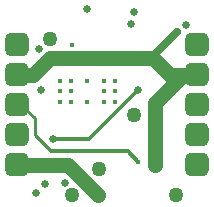
<source format=gbr>
%TF.GenerationSoftware,KiCad,Pcbnew,5.1.8*%
%TF.CreationDate,2020-11-29T14:50:24+01:00*%
%TF.ProjectId,lipo-stamp-proto,6c69706f-2d73-4746-916d-702d70726f74,rev?*%
%TF.SameCoordinates,Original*%
%TF.FileFunction,Copper,L3,Inr*%
%TF.FilePolarity,Positive*%
%FSLAX46Y46*%
G04 Gerber Fmt 4.6, Leading zero omitted, Abs format (unit mm)*
G04 Created by KiCad (PCBNEW 5.1.8) date 2020-11-29 14:50:24*
%MOMM*%
%LPD*%
G01*
G04 APERTURE LIST*
%TA.AperFunction,ViaPad*%
%ADD10C,0.450000*%
%TD*%
%TA.AperFunction,ViaPad*%
%ADD11C,1.270000*%
%TD*%
%TA.AperFunction,ViaPad*%
%ADD12C,0.635000*%
%TD*%
%TA.AperFunction,Conductor*%
%ADD13C,1.270000*%
%TD*%
%TA.AperFunction,Conductor*%
%ADD14C,0.635000*%
%TD*%
%TA.AperFunction,Conductor*%
%ADD15C,0.317500*%
%TD*%
%TA.AperFunction,Conductor*%
%ADD16C,0.250000*%
%TD*%
G04 APERTURE END LIST*
%TO.N,GND*%
%TO.C,TP10*%
%TA.AperFunction,ComponentPad*%
G36*
G01*
X123460000Y-55110000D02*
X123460000Y-54110000D01*
G75*
G02*
X123960000Y-53610000I500000J0D01*
G01*
X124960000Y-53610000D01*
G75*
G02*
X125460000Y-54110000I0J-500000D01*
G01*
X125460000Y-55110000D01*
G75*
G02*
X124960000Y-55610000I-500000J0D01*
G01*
X123960000Y-55610000D01*
G75*
G02*
X123460000Y-55110000I0J500000D01*
G01*
G37*
%TD.AperFunction*%
%TD*%
%TO.N,/STAT*%
%TO.C,TP9*%
%TA.AperFunction,ComponentPad*%
G36*
G01*
X123460000Y-62730000D02*
X123460000Y-61730000D01*
G75*
G02*
X123960000Y-61230000I500000J0D01*
G01*
X124960000Y-61230000D01*
G75*
G02*
X125460000Y-61730000I0J-500000D01*
G01*
X125460000Y-62730000D01*
G75*
G02*
X124960000Y-63230000I-500000J0D01*
G01*
X123960000Y-63230000D01*
G75*
G02*
X123460000Y-62730000I0J500000D01*
G01*
G37*
%TD.AperFunction*%
%TD*%
%TO.N,/+3v3*%
%TO.C,TP8*%
%TA.AperFunction,ComponentPad*%
G36*
G01*
X123460000Y-60190000D02*
X123460000Y-59190000D01*
G75*
G02*
X123960000Y-58690000I500000J0D01*
G01*
X124960000Y-58690000D01*
G75*
G02*
X125460000Y-59190000I0J-500000D01*
G01*
X125460000Y-60190000D01*
G75*
G02*
X124960000Y-60690000I-500000J0D01*
G01*
X123960000Y-60690000D01*
G75*
G02*
X123460000Y-60190000I0J500000D01*
G01*
G37*
%TD.AperFunction*%
%TD*%
%TO.N,/+BATT*%
%TO.C,TP7*%
%TA.AperFunction,ComponentPad*%
G36*
G01*
X123460000Y-57650000D02*
X123460000Y-56650000D01*
G75*
G02*
X123960000Y-56150000I500000J0D01*
G01*
X124960000Y-56150000D01*
G75*
G02*
X125460000Y-56650000I0J-500000D01*
G01*
X125460000Y-57650000D01*
G75*
G02*
X124960000Y-58150000I-500000J0D01*
G01*
X123960000Y-58150000D01*
G75*
G02*
X123460000Y-57650000I0J500000D01*
G01*
G37*
%TD.AperFunction*%
%TD*%
%TO.N,/VMAX*%
%TO.C,TP6*%
%TA.AperFunction,ComponentPad*%
G36*
G01*
X123460000Y-65270000D02*
X123460000Y-64270000D01*
G75*
G02*
X123960000Y-63770000I500000J0D01*
G01*
X124960000Y-63770000D01*
G75*
G02*
X125460000Y-64270000I0J-500000D01*
G01*
X125460000Y-65270000D01*
G75*
G02*
X124960000Y-65770000I-500000J0D01*
G01*
X123960000Y-65770000D01*
G75*
G02*
X123460000Y-65270000I0J500000D01*
G01*
G37*
%TD.AperFunction*%
%TD*%
%TO.N,/3v3_EN*%
%TO.C,TP5*%
%TA.AperFunction,ComponentPad*%
G36*
G01*
X108220000Y-60190000D02*
X108220000Y-59190000D01*
G75*
G02*
X108720000Y-58690000I500000J0D01*
G01*
X109720000Y-58690000D01*
G75*
G02*
X110220000Y-59190000I0J-500000D01*
G01*
X110220000Y-60190000D01*
G75*
G02*
X109720000Y-60690000I-500000J0D01*
G01*
X108720000Y-60690000D01*
G75*
G02*
X108220000Y-60190000I0J500000D01*
G01*
G37*
%TD.AperFunction*%
%TD*%
%TO.N,/+CHARGE*%
%TO.C,TP4*%
%TA.AperFunction,ComponentPad*%
G36*
G01*
X108220000Y-65270000D02*
X108220000Y-64270000D01*
G75*
G02*
X108720000Y-63770000I500000J0D01*
G01*
X109720000Y-63770000D01*
G75*
G02*
X110220000Y-64270000I0J-500000D01*
G01*
X110220000Y-65270000D01*
G75*
G02*
X109720000Y-65770000I-500000J0D01*
G01*
X108720000Y-65770000D01*
G75*
G02*
X108220000Y-65270000I0J500000D01*
G01*
G37*
%TD.AperFunction*%
%TD*%
%TO.N,GND*%
%TO.C,TP3*%
%TA.AperFunction,ComponentPad*%
G36*
G01*
X108220000Y-62730000D02*
X108220000Y-61730000D01*
G75*
G02*
X108720000Y-61230000I500000J0D01*
G01*
X109720000Y-61230000D01*
G75*
G02*
X110220000Y-61730000I0J-500000D01*
G01*
X110220000Y-62730000D01*
G75*
G02*
X109720000Y-63230000I-500000J0D01*
G01*
X108720000Y-63230000D01*
G75*
G02*
X108220000Y-62730000I0J500000D01*
G01*
G37*
%TD.AperFunction*%
%TD*%
%TO.N,/+BATT*%
%TO.C,TP2*%
%TA.AperFunction,ComponentPad*%
G36*
G01*
X108220000Y-57650000D02*
X108220000Y-56650000D01*
G75*
G02*
X108720000Y-56150000I500000J0D01*
G01*
X109720000Y-56150000D01*
G75*
G02*
X110220000Y-56650000I0J-500000D01*
G01*
X110220000Y-57650000D01*
G75*
G02*
X109720000Y-58150000I-500000J0D01*
G01*
X108720000Y-58150000D01*
G75*
G02*
X108220000Y-57650000I0J500000D01*
G01*
G37*
%TD.AperFunction*%
%TD*%
%TO.N,/-BATT_RAW*%
%TO.C,TP1*%
%TA.AperFunction,ComponentPad*%
G36*
G01*
X108220000Y-55110000D02*
X108220000Y-54110000D01*
G75*
G02*
X108720000Y-53610000I500000J0D01*
G01*
X109720000Y-53610000D01*
G75*
G02*
X110220000Y-54110000I0J-500000D01*
G01*
X110220000Y-55110000D01*
G75*
G02*
X109720000Y-55610000I-500000J0D01*
G01*
X108720000Y-55610000D01*
G75*
G02*
X108220000Y-55110000I0J500000D01*
G01*
G37*
%TD.AperFunction*%
%TD*%
D10*
%TO.N,GND*%
X116586000Y-58547000D03*
X113792000Y-58547000D03*
X115189000Y-59436000D03*
X115189000Y-57658000D03*
X116586000Y-59436000D03*
X113792000Y-57658000D03*
X116586000Y-57658000D03*
X113792000Y-59436000D03*
D11*
X112014000Y-54102000D03*
D12*
X110871000Y-67183000D03*
D10*
X117538500Y-57658000D03*
X117538500Y-58547000D03*
X117538500Y-59436000D03*
X112839500Y-59436000D03*
X112839500Y-58547000D03*
X112839500Y-57658000D03*
D11*
%TO.N,Net-(C1-Pad1)*%
X113919000Y-67310000D03*
X116205000Y-65151000D03*
D12*
X111125000Y-54990988D03*
D11*
%TO.N,/+BATT*%
X120904000Y-64770000D03*
D12*
X122809000Y-53530500D03*
%TO.N,/-BATT*%
X115125500Y-51562000D03*
X119126000Y-51879500D03*
%TO.N,Net-(D1-Pad1)*%
X113284000Y-66294000D03*
X112268000Y-62611000D03*
X119507000Y-58420000D03*
%TO.N,Net-(D2-Pad1)*%
X111252000Y-58420000D03*
X111633000Y-66421000D03*
D11*
%TO.N,/+CHARGE*%
X122682000Y-67310000D03*
X116078000Y-67310010D03*
%TO.N,/VMAX*%
X119126000Y-60579000D03*
D10*
%TO.N,/STAT*%
X113919000Y-54610000D03*
D12*
%TO.N,Net-(R6-Pad1)*%
X118872000Y-52832000D03*
X123571000Y-52959000D03*
D10*
%TO.N,/3v3_EN*%
X119507000Y-64516000D03*
%TD*%
D13*
%TO.N,/+BATT*%
X120904000Y-59563000D02*
X120904000Y-64770000D01*
X123317000Y-57150000D02*
X120904000Y-59563000D01*
X124460000Y-57150000D02*
X123317000Y-57150000D01*
X123952000Y-57150000D02*
X124460000Y-57150000D01*
X122174000Y-57150000D02*
X124460000Y-57150000D01*
X120777000Y-55753000D02*
X122174000Y-57150000D01*
X112014000Y-55753000D02*
X120777000Y-55753000D01*
X110617000Y-57150000D02*
X112014000Y-55753000D01*
X109220000Y-57150000D02*
X110617000Y-57150000D01*
D14*
X120777000Y-55562500D02*
X120777000Y-55753000D01*
X122809000Y-53530500D02*
X120777000Y-55562500D01*
D15*
%TO.N,Net-(D1-Pad1)*%
X115316000Y-62611000D02*
X119507000Y-58420000D01*
X112268000Y-62611000D02*
X115316000Y-62611000D01*
D13*
%TO.N,/+CHARGE*%
X109220000Y-64770000D02*
X113537990Y-64770000D01*
X113537990Y-64770000D02*
X116078000Y-67310010D01*
D16*
%TO.N,/3v3_EN*%
X109220000Y-59690000D02*
X109601000Y-59690000D01*
X109601000Y-59690000D02*
X110744000Y-60833000D01*
X110744000Y-60833000D02*
X110744000Y-62230000D01*
X110744000Y-62230000D02*
X112141000Y-63627000D01*
D15*
X118618000Y-63627000D02*
X119507000Y-64516000D01*
X112141000Y-63627000D02*
X118618000Y-63627000D01*
%TD*%
M02*

</source>
